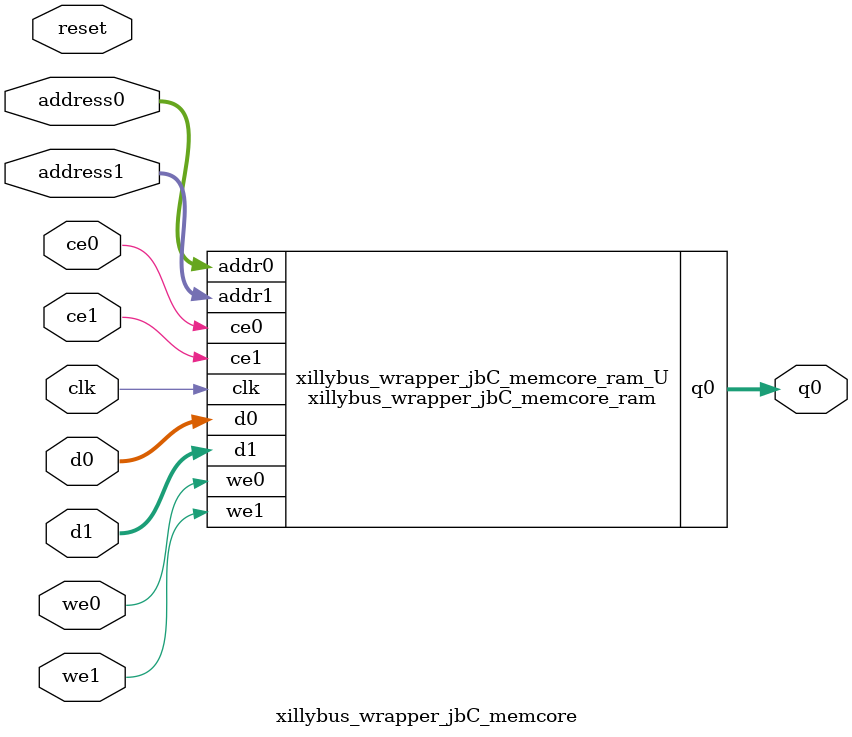
<source format=v>

`timescale 1 ns / 1 ps
module xillybus_wrapper_jbC_memcore_ram (addr0, ce0, d0, we0, q0, addr1, ce1, d1, we1,  clk);

parameter DWIDTH = 32;
parameter AWIDTH = 11;
parameter MEM_SIZE = 1764;

input[AWIDTH-1:0] addr0;
input ce0;
input[DWIDTH-1:0] d0;
input we0;
output reg[DWIDTH-1:0] q0;
input[AWIDTH-1:0] addr1;
input ce1;
input[DWIDTH-1:0] d1;
input we1;
input clk;

(* ram_style = "block" *)reg [DWIDTH-1:0] ram[0:MEM_SIZE-1];




always @(posedge clk)  
begin 
    if (ce0) 
    begin
        if (we0) 
        begin 
            ram[addr0] <= d0; 
            q0 <= d0;
        end 
        else 
            q0 <= ram[addr0];
    end
end


always @(posedge clk)  
begin 
    if (ce1) 
    begin
        if (we1) 
        begin 
            ram[addr1] <= d1; 
        end 
    end
end


endmodule


`timescale 1 ns / 1 ps
module xillybus_wrapper_jbC_memcore(
    reset,
    clk,
    address0,
    ce0,
    we0,
    d0,
    q0,
    address1,
    ce1,
    we1,
    d1);

parameter DataWidth = 32'd32;
parameter AddressRange = 32'd1764;
parameter AddressWidth = 32'd11;
input reset;
input clk;
input[AddressWidth - 1:0] address0;
input ce0;
input we0;
input[DataWidth - 1:0] d0;
output[DataWidth - 1:0] q0;
input[AddressWidth - 1:0] address1;
input ce1;
input we1;
input[DataWidth - 1:0] d1;



xillybus_wrapper_jbC_memcore_ram xillybus_wrapper_jbC_memcore_ram_U(
    .clk( clk ),
    .addr0( address0 ),
    .ce0( ce0 ),
    .d0( d0 ),
    .we0( we0 ),
    .q0( q0 ),
    .addr1( address1 ),
    .ce1( ce1 ),
    .d1( d1 ),
    .we1( we1 ));

endmodule


</source>
